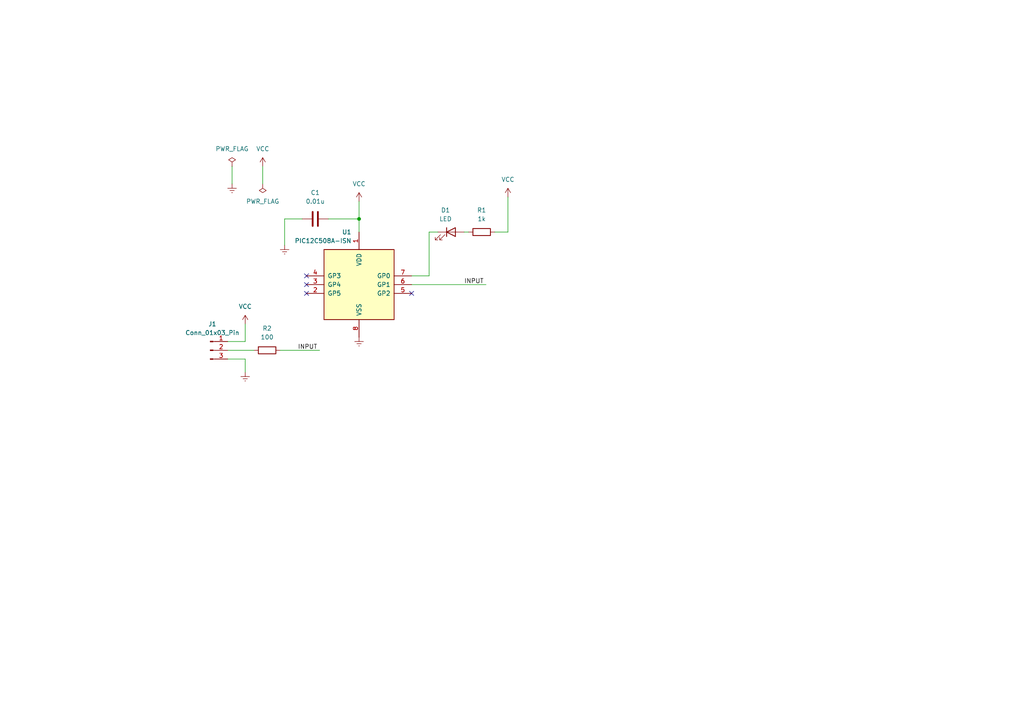
<source format=kicad_sch>
(kicad_sch (version 20230121) (generator eeschema)
  (paper "A4")
  (lib_symbols
    (symbol "Connector:Conn_01x03_Pin" (pin_names (offset 1.016) hide)
      (property "Reference" "J" (at 0 5.08 0))
      (property "Value" "Conn_01x03_Pin" (at 0 -5.08 0))
      (symbol "Conn_01x03_Pin_1_1"
        (polyline (pts (xy 1.27 -2.54) (xy 0.8636 -2.54)) (stroke (width 0.1524)))
        (polyline (pts (xy 1.27 0) (xy 0.8636 0)) (stroke (width 0.1524)))
        (polyline (pts (xy 1.27 2.54) (xy 0.8636 2.54)) (stroke (width 0.1524)))
        (rectangle (start 0.8636 -2.413) (end 0 -2.667) (stroke (width 0.1524)) (fill (type outline)))
        (rectangle (start 0.8636 0.127) (end 0 -0.127) (stroke (width 0.1524)) (fill (type outline)))
        (rectangle (start 0.8636 2.667) (end 0 2.413) (stroke (width 0.1524)) (fill (type outline)))
        (pin passive line (at 5.08 2.54 180) (length 3.81) (name "Pin_1") (number "1"))
        (pin passive line (at 5.08 0 180) (length 3.81) (name "Pin_2") (number "2"))
        (pin passive line (at 5.08 -2.54 180) (length 3.81) (name "Pin_3") (number "3"))
      )
    )
    (symbol "Device:C" (pin_numbers hide) (pin_names (offset 0.254))
      (property "Reference" "C" (at 0.635 2.54 0))
      (property "Value" "C" (at 0.635 -2.54 0))
      (symbol "C_0_1"
        (polyline (pts (xy -2.032 -0.762) (xy 2.032 -0.762)) (stroke (width 0.508)))
        (polyline (pts (xy -2.032 0.762) (xy 2.032 0.762)) (stroke (width 0.508)))
      )
      (symbol "C_1_1"
        (pin passive line (at 0 3.81 270) (length 2.794) (name "~") (number "1"))
        (pin passive line (at 0 -3.81 90) (length 2.794) (name "~") (number "2"))
      )
    )
    (symbol "Device:LED" (pin_numbers hide) (pin_names (offset 1.016) hide)
      (property "Reference" "D" (at 0 2.54 0))
      (property "Value" "LED" (at 0 -2.54 0))
      (symbol "LED_0_1"
        (polyline (pts (xy -1.27 -1.27) (xy -1.27 1.27)) (stroke (width 0.254)))
        (polyline (pts (xy -1.27 0) (xy 1.27 0)))
        (polyline (pts (xy 1.27 -1.27) (xy 1.27 1.27) (xy -1.27 0) (xy 1.27 -1.27)) (stroke (width 0.254)))
        (polyline (pts (xy -3.048 -0.762) (xy -4.572 -2.286) (xy -3.81 -2.286) (xy -4.572 -2.286) (xy -4.572 -1.524)))
        (polyline (pts (xy -1.778 -0.762) (xy -3.302 -2.286) (xy -2.54 -2.286) (xy -3.302 -2.286) (xy -3.302 -1.524)))
      )
      (symbol "LED_1_1"
        (pin passive line (at -3.81 0 0) (length 2.54) (name "K") (number "1"))
        (pin passive line (at 3.81 0 180) (length 2.54) (name "A") (number "2"))
      )
    )
    (symbol "Device:R" (pin_numbers hide) (pin_names (offset 0))
      (property "Reference" "R" (at 2.032 0 90))
      (property "Value" "R" (at 0 0 90))
      (symbol "R_0_1"
        (rectangle (start -1.016 -2.54) (end 1.016 2.54) (stroke (width 0.254)))
      )
      (symbol "R_1_1"
        (pin passive line (at 0 3.81 270) (length 1.27) (name "~") (number "1"))
        (pin passive line (at 0 -3.81 90) (length 1.27) (name "~") (number "2"))
      )
    )
    (symbol "MCU_Microchip_PIC12:PIC12C508A-ISN" (pin_names (offset 1.016))
      (property "Reference" "U" (at 1.27 13.97 0))
      (property "Value" "PIC12C508A-ISN" (at 1.27 11.43 0))
      (symbol "PIC12C508A-ISN_0_1"
        (rectangle (start 10.16 -10.16) (end -10.16 10.16) (stroke (width 0.254)) (fill (type background)))
      )
      (symbol "PIC12C508A-ISN_1_1"
        (pin power_in line (at 0 15.24 270) (length 5.08) (name "VDD") (number "1"))
        (pin bidirectional line (at 15.24 -2.54 180) (length 5.08) (name "GP5") (number "2"))
        (pin bidirectional line (at 15.24 0 180) (length 5.08) (name "GP4") (number "3"))
        (pin input line (at 15.24 2.54 180) (length 5.08) (name "GP3") (number "4"))
        (pin bidirectional line (at -15.24 -2.54 0) (length 5.08) (name "GP2") (number "5"))
        (pin bidirectional line (at -15.24 0 0) (length 5.08) (name "GP1") (number "6"))
        (pin bidirectional line (at -15.24 2.54 0) (length 5.08) (name "GP0") (number "7"))
        (pin power_in line (at 0 -15.24 90) (length 5.08) (name "VSS") (number "8"))
      )
    )
    (symbol "power:Earth" (power) (pin_names (offset 0))
      (symbol "Earth_0_1"
        (polyline (pts (xy -0.635 -1.905) (xy 0.635 -1.905)))
        (polyline (pts (xy -0.127 -2.54) (xy 0.127 -2.54)))
        (polyline (pts (xy 0 -1.27) (xy 0 0)))
        (polyline (pts (xy 1.27 -1.27) (xy -1.27 -1.27)))
      )
      (symbol "Earth_1_1"
        (pin power_in line (at 0 0 270) (length 0) hide (name "Earth") (number "1"))
      )
    )
    (symbol "power:PWR_FLAG" (power) (pin_numbers hide) (pin_names (offset 0) hide)
      (property "Value" "PWR_FLAG" (at 0 3.81 0))
      (symbol "PWR_FLAG_0_0"
        (pin power_out line (at 0 0 90) (length 0) (name "pwr") (number "1"))
      )
      (symbol "PWR_FLAG_0_1"
        (polyline (pts (xy 0 0) (xy 0 1.27) (xy -1.016 1.905) (xy 0 2.54) (xy 1.016 1.905) (xy 0 1.27)))
      )
    )
    (symbol "power:VCC" (power) (pin_names (offset 0))
      (property "Value" "VCC" (at 0 3.81 0))
      (symbol "VCC_0_1"
        (polyline (pts (xy -0.762 1.27) (xy 0 2.54)))
        (polyline (pts (xy 0 0) (xy 0 2.54)))
        (polyline (pts (xy 0 2.54) (xy 0.762 1.27)))
      )
      (symbol "VCC_1_1"
        (pin power_in line (at 0 0 90) (length 0) hide (name "VCC") (number "1"))
      )
    )
  )
  (junction (at 104.14 63.5))
  (no_connect (at 88.9 80.01))
  (no_connect (at 88.9 82.55))
  (no_connect (at 88.9 85.09))
  (no_connect (at 119.38 85.09))
  (wire (pts (xy 104.14 58.42) (xy 104.14 63.5)))
  (wire (pts (xy 76.2 48.26) (xy 76.2 53.34)))
  (wire (pts (xy 143.51 67.31) (xy 147.32 67.31)))
  (wire (pts (xy 104.14 63.5) (xy 104.14 67.31)))
  (wire (pts (xy 124.46 67.31) (xy 124.46 80.01)))
  (wire (pts (xy 66.04 101.6) (xy 73.66 101.6)))
  (wire (pts (xy 82.55 63.5) (xy 87.63 63.5)))
  (wire (pts (xy 124.46 80.01) (xy 119.38 80.01)))
  (wire (pts (xy 119.38 82.55) (xy 140.97 82.55)))
  (wire (pts (xy 67.31 48.26) (xy 67.31 53.34)))
  (wire (pts (xy 134.62 67.31) (xy 135.89 67.31)))
  (wire (pts (xy 81.28 101.6) (xy 92.71 101.6)))
  (wire (pts (xy 147.32 67.31) (xy 147.32 57.15)))
  (wire (pts (xy 66.04 104.14) (xy 71.12 104.14)))
  (wire (pts (xy 127 67.31) (xy 124.46 67.31)))
  (wire (pts (xy 82.55 71.12) (xy 82.55 63.5)))
  (wire (pts (xy 71.12 104.14) (xy 71.12 107.95)))
  (wire (pts (xy 71.12 99.06) (xy 66.04 99.06)))
  (wire (pts (xy 71.12 93.98) (xy 71.12 99.06)))
  (wire (pts (xy 95.25 63.5) (xy 104.14 63.5)))
  (label "INPUT" (at 134.62 82.55 0))
  (label "INPUT" (at 86.36 101.6 0))
  (symbol (lib_id "power:PWR_FLAG") (at 76.2 53.34 180) (unit 1)
    (property "Reference" "#FLG01" (effects hide))
    (property "Value" "PWR_FLAG" (at 76.2 58.42 0))
  )
  (symbol (lib_id "power:VCC") (at 76.2 48.26 0) (unit 1)
    (property "Reference" "#PWR04" (effects hide))
    (property "Value" "VCC" (at 76.2 43.18 0))
  )
  (symbol (lib_id "power:VCC") (at 104.14 58.42 0) (unit 1)
    (property "Reference" "#PWR02" (effects hide))
    (property "Value" "VCC" (at 104.14 53.34 0))
  )
  (symbol (lib_id "power:Earth") (at 71.12 107.95 0) (unit 1)
    (property "Reference" "#PWR06" (effects hide))
    (property "Value" "Earth" (effects hide))
  )
  (symbol (lib_id "power:VCC") (at 147.32 57.15 0) (unit 1)
    (property "Reference" "#PWR03" (effects hide))
    (property "Value" "VCC" (at 147.32 52.07 0))
  )
  (symbol (lib_id "Device:C") (at 91.44 63.5 90) (unit 1)
    (property "Reference" "C1" (at 91.44 55.88 90))
    (property "Value" "0.01u" (at 91.44 58.42 90))
  )
  (symbol (lib_id "power:Earth") (at 82.55 71.12 0) (unit 1)
    (property "Reference" "#PWR01" (effects hide))
    (property "Value" "Earth" (effects hide))
  )
  (symbol (lib_id "Device:LED") (at 130.81 67.31 0) (unit 1)
    (property "Reference" "D1" (at 129.2225 60.96 0))
    (property "Value" "LED" (at 129.2225 63.5 0))
  )
  (symbol (lib_id "Device:R") (at 139.7 67.31 90) (unit 1)
    (property "Reference" "R1" (at 139.7 60.96 90))
    (property "Value" "1k" (at 139.7 63.5 90))
  )
  (symbol (lib_id "Connector:Conn_01x03_Pin") (at 60.96 101.6 0) (unit 1)
    (property "Reference" "J1" (at 61.595 93.98 0))
    (property "Value" "Conn_01x03_Pin" (at 61.595 96.52 0))
  )
  (symbol (lib_id "power:Earth") (at 104.14 97.79 0) (unit 1)
    (property "Reference" "#PWR08" (effects hide))
    (property "Value" "Earth" (effects hide))
  )
  (symbol (lib_id "power:PWR_FLAG") (at 67.31 48.26 0) (unit 1)
    (property "Reference" "#FLG02" (effects hide))
    (property "Value" "PWR_FLAG" (at 67.31 43.18 0))
  )
  (symbol (lib_id "MCU_Microchip_PIC12:PIC12C508A-ISN") (at 104.14 82.55 0) (mirror y) (unit 1)
    (property "Reference" "U1" (at 101.9459 67.31 0) (effects (justify left)))
    (property "Value" "PIC12C508A-ISN" (at 101.9459 69.85 0) (effects (justify left)))
    (property "Footprint" "Package_SO:SOIC-8_3.9x4.9mm_P1.27mm" (effects hide))
    (property "Datasheet" "http://ww1.microchip.com/downloads/en/devicedoc/40139e.pdf" (effects hide))
  )
  (symbol (lib_id "power:VCC") (at 71.12 93.98 0) (unit 1)
    (property "Reference" "#PWR07" (effects hide))
    (property "Value" "VCC" (at 71.12 88.9 0))
  )
  (symbol (lib_id "power:Earth") (at 67.31 53.34 0) (unit 1)
    (property "Reference" "#PWR05" (effects hide))
    (property "Value" "Earth" (effects hide))
  )
  (symbol (lib_id "Device:R") (at 77.47 101.6 90) (unit 1)
    (property "Reference" "R2" (at 77.47 95.25 90))
    (property "Value" "100" (at 77.47 97.79 90))
  )
)
</source>
